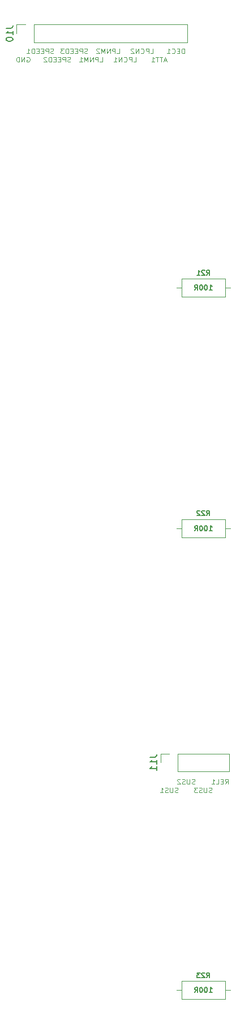
<source format=gbr>
%TF.GenerationSoftware,KiCad,Pcbnew,5.1.10-88a1d61d58~90~ubuntu20.04.1*%
%TF.CreationDate,2021-08-12T15:59:19-04:00*%
%TF.ProjectId,precadsr,70726563-6164-4737-922e-6b696361645f,rev?*%
%TF.SameCoordinates,Original*%
%TF.FileFunction,Legend,Bot*%
%TF.FilePolarity,Positive*%
%FSLAX46Y46*%
G04 Gerber Fmt 4.6, Leading zero omitted, Abs format (unit mm)*
G04 Created by KiCad (PCBNEW 5.1.10-88a1d61d58~90~ubuntu20.04.1) date 2021-08-12 15:59:19*
%MOMM*%
%LPD*%
G01*
G04 APERTURE LIST*
%ADD10C,0.100000*%
%ADD11C,0.120000*%
%ADD12C,0.150000*%
G04 APERTURE END LIST*
D10*
X46279428Y-136447571D02*
X46172285Y-136483285D01*
X45993714Y-136483285D01*
X45922285Y-136447571D01*
X45886571Y-136411857D01*
X45850857Y-136340428D01*
X45850857Y-136269000D01*
X45886571Y-136197571D01*
X45922285Y-136161857D01*
X45993714Y-136126142D01*
X46136571Y-136090428D01*
X46208000Y-136054714D01*
X46243714Y-136019000D01*
X46279428Y-135947571D01*
X46279428Y-135876142D01*
X46243714Y-135804714D01*
X46208000Y-135769000D01*
X46136571Y-135733285D01*
X45958000Y-135733285D01*
X45850857Y-135769000D01*
X45529428Y-135733285D02*
X45529428Y-136340428D01*
X45493714Y-136411857D01*
X45458000Y-136447571D01*
X45386571Y-136483285D01*
X45243714Y-136483285D01*
X45172285Y-136447571D01*
X45136571Y-136411857D01*
X45100857Y-136340428D01*
X45100857Y-135733285D01*
X44779428Y-136447571D02*
X44672285Y-136483285D01*
X44493714Y-136483285D01*
X44422285Y-136447571D01*
X44386571Y-136411857D01*
X44350857Y-136340428D01*
X44350857Y-136269000D01*
X44386571Y-136197571D01*
X44422285Y-136161857D01*
X44493714Y-136126142D01*
X44636571Y-136090428D01*
X44708000Y-136054714D01*
X44743714Y-136019000D01*
X44779428Y-135947571D01*
X44779428Y-135876142D01*
X44743714Y-135804714D01*
X44708000Y-135769000D01*
X44636571Y-135733285D01*
X44458000Y-135733285D01*
X44350857Y-135769000D01*
X43636571Y-136483285D02*
X44065142Y-136483285D01*
X43850857Y-136483285D02*
X43850857Y-135733285D01*
X43922285Y-135840428D01*
X43993714Y-135911857D01*
X44065142Y-135947571D01*
X27654000Y-25957571D02*
X27546857Y-25993285D01*
X27368285Y-25993285D01*
X27296857Y-25957571D01*
X27261142Y-25921857D01*
X27225428Y-25850428D01*
X27225428Y-25779000D01*
X27261142Y-25707571D01*
X27296857Y-25671857D01*
X27368285Y-25636142D01*
X27511142Y-25600428D01*
X27582571Y-25564714D01*
X27618285Y-25529000D01*
X27654000Y-25457571D01*
X27654000Y-25386142D01*
X27618285Y-25314714D01*
X27582571Y-25279000D01*
X27511142Y-25243285D01*
X27332571Y-25243285D01*
X27225428Y-25279000D01*
X26904000Y-25993285D02*
X26904000Y-25243285D01*
X26618285Y-25243285D01*
X26546857Y-25279000D01*
X26511142Y-25314714D01*
X26475428Y-25386142D01*
X26475428Y-25493285D01*
X26511142Y-25564714D01*
X26546857Y-25600428D01*
X26618285Y-25636142D01*
X26904000Y-25636142D01*
X26154000Y-25600428D02*
X25904000Y-25600428D01*
X25796857Y-25993285D02*
X26154000Y-25993285D01*
X26154000Y-25243285D01*
X25796857Y-25243285D01*
X25475428Y-25600428D02*
X25225428Y-25600428D01*
X25118285Y-25993285D02*
X25475428Y-25993285D01*
X25475428Y-25243285D01*
X25118285Y-25243285D01*
X24796857Y-25993285D02*
X24796857Y-25243285D01*
X24618285Y-25243285D01*
X24511142Y-25279000D01*
X24439714Y-25350428D01*
X24404000Y-25421857D01*
X24368285Y-25564714D01*
X24368285Y-25671857D01*
X24404000Y-25814714D01*
X24439714Y-25886142D01*
X24511142Y-25957571D01*
X24618285Y-25993285D01*
X24796857Y-25993285D01*
X23654000Y-25993285D02*
X24082571Y-25993285D01*
X23868285Y-25993285D02*
X23868285Y-25243285D01*
X23939714Y-25350428D01*
X24011142Y-25421857D01*
X24082571Y-25457571D01*
X53345857Y-135213285D02*
X53595857Y-134856142D01*
X53774428Y-135213285D02*
X53774428Y-134463285D01*
X53488714Y-134463285D01*
X53417285Y-134499000D01*
X53381571Y-134534714D01*
X53345857Y-134606142D01*
X53345857Y-134713285D01*
X53381571Y-134784714D01*
X53417285Y-134820428D01*
X53488714Y-134856142D01*
X53774428Y-134856142D01*
X53024428Y-134820428D02*
X52774428Y-134820428D01*
X52667285Y-135213285D02*
X53024428Y-135213285D01*
X53024428Y-134463285D01*
X52667285Y-134463285D01*
X51988714Y-135213285D02*
X52345857Y-135213285D01*
X52345857Y-134463285D01*
X51345857Y-135213285D02*
X51774428Y-135213285D01*
X51560142Y-135213285D02*
X51560142Y-134463285D01*
X51631571Y-134570428D01*
X51703000Y-134641857D01*
X51774428Y-134677571D01*
X39621857Y-27263285D02*
X39979000Y-27263285D01*
X39979000Y-26513285D01*
X39371857Y-27263285D02*
X39371857Y-26513285D01*
X39086142Y-26513285D01*
X39014714Y-26549000D01*
X38979000Y-26584714D01*
X38943285Y-26656142D01*
X38943285Y-26763285D01*
X38979000Y-26834714D01*
X39014714Y-26870428D01*
X39086142Y-26906142D01*
X39371857Y-26906142D01*
X38193285Y-27191857D02*
X38229000Y-27227571D01*
X38336142Y-27263285D01*
X38407571Y-27263285D01*
X38514714Y-27227571D01*
X38586142Y-27156142D01*
X38621857Y-27084714D01*
X38657571Y-26941857D01*
X38657571Y-26834714D01*
X38621857Y-26691857D01*
X38586142Y-26620428D01*
X38514714Y-26549000D01*
X38407571Y-26513285D01*
X38336142Y-26513285D01*
X38229000Y-26549000D01*
X38193285Y-26584714D01*
X37871857Y-27263285D02*
X37871857Y-26513285D01*
X37443285Y-27263285D01*
X37443285Y-26513285D01*
X36693285Y-27263285D02*
X37121857Y-27263285D01*
X36907571Y-27263285D02*
X36907571Y-26513285D01*
X36979000Y-26620428D01*
X37050428Y-26691857D01*
X37121857Y-26727571D01*
X34595428Y-27263285D02*
X34952571Y-27263285D01*
X34952571Y-26513285D01*
X34345428Y-27263285D02*
X34345428Y-26513285D01*
X34059714Y-26513285D01*
X33988285Y-26549000D01*
X33952571Y-26584714D01*
X33916857Y-26656142D01*
X33916857Y-26763285D01*
X33952571Y-26834714D01*
X33988285Y-26870428D01*
X34059714Y-26906142D01*
X34345428Y-26906142D01*
X33595428Y-27263285D02*
X33595428Y-26513285D01*
X33166857Y-27263285D01*
X33166857Y-26513285D01*
X32809714Y-27263285D02*
X32809714Y-26513285D01*
X32559714Y-27049000D01*
X32309714Y-26513285D01*
X32309714Y-27263285D01*
X31559714Y-27263285D02*
X31988285Y-27263285D01*
X31774000Y-27263285D02*
X31774000Y-26513285D01*
X31845428Y-26620428D01*
X31916857Y-26691857D01*
X31988285Y-26727571D01*
X30194000Y-27227571D02*
X30086857Y-27263285D01*
X29908285Y-27263285D01*
X29836857Y-27227571D01*
X29801142Y-27191857D01*
X29765428Y-27120428D01*
X29765428Y-27049000D01*
X29801142Y-26977571D01*
X29836857Y-26941857D01*
X29908285Y-26906142D01*
X30051142Y-26870428D01*
X30122571Y-26834714D01*
X30158285Y-26799000D01*
X30194000Y-26727571D01*
X30194000Y-26656142D01*
X30158285Y-26584714D01*
X30122571Y-26549000D01*
X30051142Y-26513285D01*
X29872571Y-26513285D01*
X29765428Y-26549000D01*
X29444000Y-27263285D02*
X29444000Y-26513285D01*
X29158285Y-26513285D01*
X29086857Y-26549000D01*
X29051142Y-26584714D01*
X29015428Y-26656142D01*
X29015428Y-26763285D01*
X29051142Y-26834714D01*
X29086857Y-26870428D01*
X29158285Y-26906142D01*
X29444000Y-26906142D01*
X28694000Y-26870428D02*
X28444000Y-26870428D01*
X28336857Y-27263285D02*
X28694000Y-27263285D01*
X28694000Y-26513285D01*
X28336857Y-26513285D01*
X28015428Y-26870428D02*
X27765428Y-26870428D01*
X27658285Y-27263285D02*
X28015428Y-27263285D01*
X28015428Y-26513285D01*
X27658285Y-26513285D01*
X27336857Y-27263285D02*
X27336857Y-26513285D01*
X27158285Y-26513285D01*
X27051142Y-26549000D01*
X26979714Y-26620428D01*
X26944000Y-26691857D01*
X26908285Y-26834714D01*
X26908285Y-26941857D01*
X26944000Y-27084714D01*
X26979714Y-27156142D01*
X27051142Y-27227571D01*
X27158285Y-27263285D01*
X27336857Y-27263285D01*
X26622571Y-26584714D02*
X26586857Y-26549000D01*
X26515428Y-26513285D01*
X26336857Y-26513285D01*
X26265428Y-26549000D01*
X26229714Y-26584714D01*
X26194000Y-26656142D01*
X26194000Y-26727571D01*
X26229714Y-26834714D01*
X26658285Y-27263285D01*
X26194000Y-27263285D01*
X37135428Y-25993285D02*
X37492571Y-25993285D01*
X37492571Y-25243285D01*
X36885428Y-25993285D02*
X36885428Y-25243285D01*
X36599714Y-25243285D01*
X36528285Y-25279000D01*
X36492571Y-25314714D01*
X36456857Y-25386142D01*
X36456857Y-25493285D01*
X36492571Y-25564714D01*
X36528285Y-25600428D01*
X36599714Y-25636142D01*
X36885428Y-25636142D01*
X36135428Y-25993285D02*
X36135428Y-25243285D01*
X35706857Y-25993285D01*
X35706857Y-25243285D01*
X35349714Y-25993285D02*
X35349714Y-25243285D01*
X35099714Y-25779000D01*
X34849714Y-25243285D01*
X34849714Y-25993285D01*
X34528285Y-25314714D02*
X34492571Y-25279000D01*
X34421142Y-25243285D01*
X34242571Y-25243285D01*
X34171142Y-25279000D01*
X34135428Y-25314714D01*
X34099714Y-25386142D01*
X34099714Y-25457571D01*
X34135428Y-25564714D01*
X34564000Y-25993285D01*
X34099714Y-25993285D01*
X23685428Y-26549000D02*
X23756857Y-26513285D01*
X23864000Y-26513285D01*
X23971142Y-26549000D01*
X24042571Y-26620428D01*
X24078285Y-26691857D01*
X24114000Y-26834714D01*
X24114000Y-26941857D01*
X24078285Y-27084714D01*
X24042571Y-27156142D01*
X23971142Y-27227571D01*
X23864000Y-27263285D01*
X23792571Y-27263285D01*
X23685428Y-27227571D01*
X23649714Y-27191857D01*
X23649714Y-26941857D01*
X23792571Y-26941857D01*
X23328285Y-27263285D02*
X23328285Y-26513285D01*
X22899714Y-27263285D01*
X22899714Y-26513285D01*
X22542571Y-27263285D02*
X22542571Y-26513285D01*
X22364000Y-26513285D01*
X22256857Y-26549000D01*
X22185428Y-26620428D01*
X22149714Y-26691857D01*
X22114000Y-26834714D01*
X22114000Y-26941857D01*
X22149714Y-27084714D01*
X22185428Y-27156142D01*
X22256857Y-27227571D01*
X22364000Y-27263285D01*
X22542571Y-27263285D01*
X48819428Y-135177571D02*
X48712285Y-135213285D01*
X48533714Y-135213285D01*
X48462285Y-135177571D01*
X48426571Y-135141857D01*
X48390857Y-135070428D01*
X48390857Y-134999000D01*
X48426571Y-134927571D01*
X48462285Y-134891857D01*
X48533714Y-134856142D01*
X48676571Y-134820428D01*
X48748000Y-134784714D01*
X48783714Y-134749000D01*
X48819428Y-134677571D01*
X48819428Y-134606142D01*
X48783714Y-134534714D01*
X48748000Y-134499000D01*
X48676571Y-134463285D01*
X48498000Y-134463285D01*
X48390857Y-134499000D01*
X48069428Y-134463285D02*
X48069428Y-135070428D01*
X48033714Y-135141857D01*
X47998000Y-135177571D01*
X47926571Y-135213285D01*
X47783714Y-135213285D01*
X47712285Y-135177571D01*
X47676571Y-135141857D01*
X47640857Y-135070428D01*
X47640857Y-134463285D01*
X47319428Y-135177571D02*
X47212285Y-135213285D01*
X47033714Y-135213285D01*
X46962285Y-135177571D01*
X46926571Y-135141857D01*
X46890857Y-135070428D01*
X46890857Y-134999000D01*
X46926571Y-134927571D01*
X46962285Y-134891857D01*
X47033714Y-134856142D01*
X47176571Y-134820428D01*
X47248000Y-134784714D01*
X47283714Y-134749000D01*
X47319428Y-134677571D01*
X47319428Y-134606142D01*
X47283714Y-134534714D01*
X47248000Y-134499000D01*
X47176571Y-134463285D01*
X46998000Y-134463285D01*
X46890857Y-134499000D01*
X46605142Y-134534714D02*
X46569428Y-134499000D01*
X46498000Y-134463285D01*
X46319428Y-134463285D01*
X46248000Y-134499000D01*
X46212285Y-134534714D01*
X46176571Y-134606142D01*
X46176571Y-134677571D01*
X46212285Y-134784714D01*
X46640857Y-135213285D01*
X46176571Y-135213285D01*
X32734000Y-25957571D02*
X32626857Y-25993285D01*
X32448285Y-25993285D01*
X32376857Y-25957571D01*
X32341142Y-25921857D01*
X32305428Y-25850428D01*
X32305428Y-25779000D01*
X32341142Y-25707571D01*
X32376857Y-25671857D01*
X32448285Y-25636142D01*
X32591142Y-25600428D01*
X32662571Y-25564714D01*
X32698285Y-25529000D01*
X32734000Y-25457571D01*
X32734000Y-25386142D01*
X32698285Y-25314714D01*
X32662571Y-25279000D01*
X32591142Y-25243285D01*
X32412571Y-25243285D01*
X32305428Y-25279000D01*
X31984000Y-25993285D02*
X31984000Y-25243285D01*
X31698285Y-25243285D01*
X31626857Y-25279000D01*
X31591142Y-25314714D01*
X31555428Y-25386142D01*
X31555428Y-25493285D01*
X31591142Y-25564714D01*
X31626857Y-25600428D01*
X31698285Y-25636142D01*
X31984000Y-25636142D01*
X31234000Y-25600428D02*
X30984000Y-25600428D01*
X30876857Y-25993285D02*
X31234000Y-25993285D01*
X31234000Y-25243285D01*
X30876857Y-25243285D01*
X30555428Y-25600428D02*
X30305428Y-25600428D01*
X30198285Y-25993285D02*
X30555428Y-25993285D01*
X30555428Y-25243285D01*
X30198285Y-25243285D01*
X29876857Y-25993285D02*
X29876857Y-25243285D01*
X29698285Y-25243285D01*
X29591142Y-25279000D01*
X29519714Y-25350428D01*
X29484000Y-25421857D01*
X29448285Y-25564714D01*
X29448285Y-25671857D01*
X29484000Y-25814714D01*
X29519714Y-25886142D01*
X29591142Y-25957571D01*
X29698285Y-25993285D01*
X29876857Y-25993285D01*
X29198285Y-25243285D02*
X28734000Y-25243285D01*
X28984000Y-25529000D01*
X28876857Y-25529000D01*
X28805428Y-25564714D01*
X28769714Y-25600428D01*
X28734000Y-25671857D01*
X28734000Y-25850428D01*
X28769714Y-25921857D01*
X28805428Y-25957571D01*
X28876857Y-25993285D01*
X29091142Y-25993285D01*
X29162571Y-25957571D01*
X29198285Y-25921857D01*
X51359428Y-136447571D02*
X51252285Y-136483285D01*
X51073714Y-136483285D01*
X51002285Y-136447571D01*
X50966571Y-136411857D01*
X50930857Y-136340428D01*
X50930857Y-136269000D01*
X50966571Y-136197571D01*
X51002285Y-136161857D01*
X51073714Y-136126142D01*
X51216571Y-136090428D01*
X51288000Y-136054714D01*
X51323714Y-136019000D01*
X51359428Y-135947571D01*
X51359428Y-135876142D01*
X51323714Y-135804714D01*
X51288000Y-135769000D01*
X51216571Y-135733285D01*
X51038000Y-135733285D01*
X50930857Y-135769000D01*
X50609428Y-135733285D02*
X50609428Y-136340428D01*
X50573714Y-136411857D01*
X50538000Y-136447571D01*
X50466571Y-136483285D01*
X50323714Y-136483285D01*
X50252285Y-136447571D01*
X50216571Y-136411857D01*
X50180857Y-136340428D01*
X50180857Y-135733285D01*
X49859428Y-136447571D02*
X49752285Y-136483285D01*
X49573714Y-136483285D01*
X49502285Y-136447571D01*
X49466571Y-136411857D01*
X49430857Y-136340428D01*
X49430857Y-136269000D01*
X49466571Y-136197571D01*
X49502285Y-136161857D01*
X49573714Y-136126142D01*
X49716571Y-136090428D01*
X49788000Y-136054714D01*
X49823714Y-136019000D01*
X49859428Y-135947571D01*
X49859428Y-135876142D01*
X49823714Y-135804714D01*
X49788000Y-135769000D01*
X49716571Y-135733285D01*
X49538000Y-135733285D01*
X49430857Y-135769000D01*
X49180857Y-135733285D02*
X48716571Y-135733285D01*
X48966571Y-136019000D01*
X48859428Y-136019000D01*
X48788000Y-136054714D01*
X48752285Y-136090428D01*
X48716571Y-136161857D01*
X48716571Y-136340428D01*
X48752285Y-136411857D01*
X48788000Y-136447571D01*
X48859428Y-136483285D01*
X49073714Y-136483285D01*
X49145142Y-136447571D01*
X49180857Y-136411857D01*
X47241857Y-25993285D02*
X47241857Y-25243285D01*
X47063285Y-25243285D01*
X46956142Y-25279000D01*
X46884714Y-25350428D01*
X46849000Y-25421857D01*
X46813285Y-25564714D01*
X46813285Y-25671857D01*
X46849000Y-25814714D01*
X46884714Y-25886142D01*
X46956142Y-25957571D01*
X47063285Y-25993285D01*
X47241857Y-25993285D01*
X46491857Y-25600428D02*
X46241857Y-25600428D01*
X46134714Y-25993285D02*
X46491857Y-25993285D01*
X46491857Y-25243285D01*
X46134714Y-25243285D01*
X45384714Y-25921857D02*
X45420428Y-25957571D01*
X45527571Y-25993285D01*
X45599000Y-25993285D01*
X45706142Y-25957571D01*
X45777571Y-25886142D01*
X45813285Y-25814714D01*
X45849000Y-25671857D01*
X45849000Y-25564714D01*
X45813285Y-25421857D01*
X45777571Y-25350428D01*
X45706142Y-25279000D01*
X45599000Y-25243285D01*
X45527571Y-25243285D01*
X45420428Y-25279000D01*
X45384714Y-25314714D01*
X44670428Y-25993285D02*
X45099000Y-25993285D01*
X44884714Y-25993285D02*
X44884714Y-25243285D01*
X44956142Y-25350428D01*
X45027571Y-25421857D01*
X45099000Y-25457571D01*
X44541142Y-27049000D02*
X44184000Y-27049000D01*
X44612571Y-27263285D02*
X44362571Y-26513285D01*
X44112571Y-27263285D01*
X43969714Y-26513285D02*
X43541142Y-26513285D01*
X43755428Y-27263285D02*
X43755428Y-26513285D01*
X43398285Y-26513285D02*
X42969714Y-26513285D01*
X43184000Y-27263285D02*
X43184000Y-26513285D01*
X42326857Y-27263285D02*
X42755428Y-27263285D01*
X42541142Y-27263285D02*
X42541142Y-26513285D01*
X42612571Y-26620428D01*
X42684000Y-26691857D01*
X42755428Y-26727571D01*
X42161857Y-25993285D02*
X42519000Y-25993285D01*
X42519000Y-25243285D01*
X41911857Y-25993285D02*
X41911857Y-25243285D01*
X41626142Y-25243285D01*
X41554714Y-25279000D01*
X41519000Y-25314714D01*
X41483285Y-25386142D01*
X41483285Y-25493285D01*
X41519000Y-25564714D01*
X41554714Y-25600428D01*
X41626142Y-25636142D01*
X41911857Y-25636142D01*
X40733285Y-25921857D02*
X40769000Y-25957571D01*
X40876142Y-25993285D01*
X40947571Y-25993285D01*
X41054714Y-25957571D01*
X41126142Y-25886142D01*
X41161857Y-25814714D01*
X41197571Y-25671857D01*
X41197571Y-25564714D01*
X41161857Y-25421857D01*
X41126142Y-25350428D01*
X41054714Y-25279000D01*
X40947571Y-25243285D01*
X40876142Y-25243285D01*
X40769000Y-25279000D01*
X40733285Y-25314714D01*
X40411857Y-25993285D02*
X40411857Y-25243285D01*
X39983285Y-25993285D01*
X39983285Y-25243285D01*
X39661857Y-25314714D02*
X39626142Y-25279000D01*
X39554714Y-25243285D01*
X39376142Y-25243285D01*
X39304714Y-25279000D01*
X39269000Y-25314714D01*
X39233285Y-25386142D01*
X39233285Y-25457571D01*
X39269000Y-25564714D01*
X39697571Y-25993285D01*
X39233285Y-25993285D01*
D11*
%TO.C,J11*%
X53950000Y-130670000D02*
X53950000Y-133330000D01*
X46270000Y-130670000D02*
X53950000Y-130670000D01*
X46270000Y-133330000D02*
X53950000Y-133330000D01*
X46270000Y-130670000D02*
X46270000Y-133330000D01*
X45000000Y-130670000D02*
X43670000Y-130670000D01*
X43670000Y-130670000D02*
X43670000Y-132000000D01*
%TO.C,R21*%
X54120000Y-61000000D02*
X53350000Y-61000000D01*
X46040000Y-61000000D02*
X46810000Y-61000000D01*
X53350000Y-62370000D02*
X46810000Y-62370000D01*
X53350000Y-59630000D02*
X53350000Y-62370000D01*
X46810000Y-59630000D02*
X53350000Y-59630000D01*
X46810000Y-62370000D02*
X46810000Y-59630000D01*
%TO.C,J10*%
X47650000Y-21670000D02*
X47650000Y-24330000D01*
X24730000Y-21670000D02*
X47650000Y-21670000D01*
X24730000Y-24330000D02*
X47650000Y-24330000D01*
X24730000Y-21670000D02*
X24730000Y-24330000D01*
X23460000Y-21670000D02*
X22130000Y-21670000D01*
X22130000Y-21670000D02*
X22130000Y-23000000D01*
%TO.C,R23*%
X54120000Y-166000000D02*
X53350000Y-166000000D01*
X46040000Y-166000000D02*
X46810000Y-166000000D01*
X53350000Y-167370000D02*
X46810000Y-167370000D01*
X53350000Y-164630000D02*
X53350000Y-167370000D01*
X46810000Y-164630000D02*
X53350000Y-164630000D01*
X46810000Y-167370000D02*
X46810000Y-164630000D01*
%TO.C,R22*%
X54120000Y-97000000D02*
X53350000Y-97000000D01*
X46040000Y-97000000D02*
X46810000Y-97000000D01*
X53350000Y-98370000D02*
X46810000Y-98370000D01*
X53350000Y-95630000D02*
X53350000Y-98370000D01*
X46810000Y-95630000D02*
X53350000Y-95630000D01*
X46810000Y-98370000D02*
X46810000Y-95630000D01*
%TO.C,J11*%
D12*
X42122380Y-131190476D02*
X42836666Y-131190476D01*
X42979523Y-131142857D01*
X43074761Y-131047619D01*
X43122380Y-130904761D01*
X43122380Y-130809523D01*
X43122380Y-132190476D02*
X43122380Y-131619047D01*
X43122380Y-131904761D02*
X42122380Y-131904761D01*
X42265238Y-131809523D01*
X42360476Y-131714285D01*
X42408095Y-131619047D01*
X43122380Y-133142857D02*
X43122380Y-132571428D01*
X43122380Y-132857142D02*
X42122380Y-132857142D01*
X42265238Y-132761904D01*
X42360476Y-132666666D01*
X42408095Y-132571428D01*
%TO.C,R21*%
X50562142Y-59140285D02*
X50812142Y-58783142D01*
X50990714Y-59140285D02*
X50990714Y-58390285D01*
X50705000Y-58390285D01*
X50633571Y-58426000D01*
X50597857Y-58461714D01*
X50562142Y-58533142D01*
X50562142Y-58640285D01*
X50597857Y-58711714D01*
X50633571Y-58747428D01*
X50705000Y-58783142D01*
X50990714Y-58783142D01*
X50276428Y-58461714D02*
X50240714Y-58426000D01*
X50169285Y-58390285D01*
X49990714Y-58390285D01*
X49919285Y-58426000D01*
X49883571Y-58461714D01*
X49847857Y-58533142D01*
X49847857Y-58604571D01*
X49883571Y-58711714D01*
X50312142Y-59140285D01*
X49847857Y-59140285D01*
X49133571Y-59140285D02*
X49562142Y-59140285D01*
X49347857Y-59140285D02*
X49347857Y-58390285D01*
X49419285Y-58497428D01*
X49490714Y-58568857D01*
X49562142Y-58604571D01*
X50955000Y-61339285D02*
X51383571Y-61339285D01*
X51169285Y-61339285D02*
X51169285Y-60589285D01*
X51240714Y-60696428D01*
X51312142Y-60767857D01*
X51383571Y-60803571D01*
X50490714Y-60589285D02*
X50419285Y-60589285D01*
X50347857Y-60625000D01*
X50312142Y-60660714D01*
X50276428Y-60732142D01*
X50240714Y-60875000D01*
X50240714Y-61053571D01*
X50276428Y-61196428D01*
X50312142Y-61267857D01*
X50347857Y-61303571D01*
X50419285Y-61339285D01*
X50490714Y-61339285D01*
X50562142Y-61303571D01*
X50597857Y-61267857D01*
X50633571Y-61196428D01*
X50669285Y-61053571D01*
X50669285Y-60875000D01*
X50633571Y-60732142D01*
X50597857Y-60660714D01*
X50562142Y-60625000D01*
X50490714Y-60589285D01*
X49776428Y-60589285D02*
X49705000Y-60589285D01*
X49633571Y-60625000D01*
X49597857Y-60660714D01*
X49562142Y-60732142D01*
X49526428Y-60875000D01*
X49526428Y-61053571D01*
X49562142Y-61196428D01*
X49597857Y-61267857D01*
X49633571Y-61303571D01*
X49705000Y-61339285D01*
X49776428Y-61339285D01*
X49847857Y-61303571D01*
X49883571Y-61267857D01*
X49919285Y-61196428D01*
X49955000Y-61053571D01*
X49955000Y-60875000D01*
X49919285Y-60732142D01*
X49883571Y-60660714D01*
X49847857Y-60625000D01*
X49776428Y-60589285D01*
X48776428Y-61339285D02*
X49026428Y-60982142D01*
X49205000Y-61339285D02*
X49205000Y-60589285D01*
X48919285Y-60589285D01*
X48847857Y-60625000D01*
X48812142Y-60660714D01*
X48776428Y-60732142D01*
X48776428Y-60839285D01*
X48812142Y-60910714D01*
X48847857Y-60946428D01*
X48919285Y-60982142D01*
X49205000Y-60982142D01*
%TO.C,J10*%
X20582380Y-22190476D02*
X21296666Y-22190476D01*
X21439523Y-22142857D01*
X21534761Y-22047619D01*
X21582380Y-21904761D01*
X21582380Y-21809523D01*
X21582380Y-23190476D02*
X21582380Y-22619047D01*
X21582380Y-22904761D02*
X20582380Y-22904761D01*
X20725238Y-22809523D01*
X20820476Y-22714285D01*
X20868095Y-22619047D01*
X20582380Y-23809523D02*
X20582380Y-23904761D01*
X20630000Y-24000000D01*
X20677619Y-24047619D01*
X20772857Y-24095238D01*
X20963333Y-24142857D01*
X21201428Y-24142857D01*
X21391904Y-24095238D01*
X21487142Y-24047619D01*
X21534761Y-24000000D01*
X21582380Y-23904761D01*
X21582380Y-23809523D01*
X21534761Y-23714285D01*
X21487142Y-23666666D01*
X21391904Y-23619047D01*
X21201428Y-23571428D01*
X20963333Y-23571428D01*
X20772857Y-23619047D01*
X20677619Y-23666666D01*
X20630000Y-23714285D01*
X20582380Y-23809523D01*
%TO.C,R23*%
X50562142Y-164169285D02*
X50812142Y-163812142D01*
X50990714Y-164169285D02*
X50990714Y-163419285D01*
X50705000Y-163419285D01*
X50633571Y-163455000D01*
X50597857Y-163490714D01*
X50562142Y-163562142D01*
X50562142Y-163669285D01*
X50597857Y-163740714D01*
X50633571Y-163776428D01*
X50705000Y-163812142D01*
X50990714Y-163812142D01*
X50276428Y-163490714D02*
X50240714Y-163455000D01*
X50169285Y-163419285D01*
X49990714Y-163419285D01*
X49919285Y-163455000D01*
X49883571Y-163490714D01*
X49847857Y-163562142D01*
X49847857Y-163633571D01*
X49883571Y-163740714D01*
X50312142Y-164169285D01*
X49847857Y-164169285D01*
X49597857Y-163419285D02*
X49133571Y-163419285D01*
X49383571Y-163705000D01*
X49276428Y-163705000D01*
X49205000Y-163740714D01*
X49169285Y-163776428D01*
X49133571Y-163847857D01*
X49133571Y-164026428D01*
X49169285Y-164097857D01*
X49205000Y-164133571D01*
X49276428Y-164169285D01*
X49490714Y-164169285D01*
X49562142Y-164133571D01*
X49597857Y-164097857D01*
X50955000Y-166339285D02*
X51383571Y-166339285D01*
X51169285Y-166339285D02*
X51169285Y-165589285D01*
X51240714Y-165696428D01*
X51312142Y-165767857D01*
X51383571Y-165803571D01*
X50490714Y-165589285D02*
X50419285Y-165589285D01*
X50347857Y-165625000D01*
X50312142Y-165660714D01*
X50276428Y-165732142D01*
X50240714Y-165875000D01*
X50240714Y-166053571D01*
X50276428Y-166196428D01*
X50312142Y-166267857D01*
X50347857Y-166303571D01*
X50419285Y-166339285D01*
X50490714Y-166339285D01*
X50562142Y-166303571D01*
X50597857Y-166267857D01*
X50633571Y-166196428D01*
X50669285Y-166053571D01*
X50669285Y-165875000D01*
X50633571Y-165732142D01*
X50597857Y-165660714D01*
X50562142Y-165625000D01*
X50490714Y-165589285D01*
X49776428Y-165589285D02*
X49705000Y-165589285D01*
X49633571Y-165625000D01*
X49597857Y-165660714D01*
X49562142Y-165732142D01*
X49526428Y-165875000D01*
X49526428Y-166053571D01*
X49562142Y-166196428D01*
X49597857Y-166267857D01*
X49633571Y-166303571D01*
X49705000Y-166339285D01*
X49776428Y-166339285D01*
X49847857Y-166303571D01*
X49883571Y-166267857D01*
X49919285Y-166196428D01*
X49955000Y-166053571D01*
X49955000Y-165875000D01*
X49919285Y-165732142D01*
X49883571Y-165660714D01*
X49847857Y-165625000D01*
X49776428Y-165589285D01*
X48776428Y-166339285D02*
X49026428Y-165982142D01*
X49205000Y-166339285D02*
X49205000Y-165589285D01*
X48919285Y-165589285D01*
X48847857Y-165625000D01*
X48812142Y-165660714D01*
X48776428Y-165732142D01*
X48776428Y-165839285D01*
X48812142Y-165910714D01*
X48847857Y-165946428D01*
X48919285Y-165982142D01*
X49205000Y-165982142D01*
%TO.C,R22*%
X50562142Y-95081285D02*
X50812142Y-94724142D01*
X50990714Y-95081285D02*
X50990714Y-94331285D01*
X50705000Y-94331285D01*
X50633571Y-94367000D01*
X50597857Y-94402714D01*
X50562142Y-94474142D01*
X50562142Y-94581285D01*
X50597857Y-94652714D01*
X50633571Y-94688428D01*
X50705000Y-94724142D01*
X50990714Y-94724142D01*
X50276428Y-94402714D02*
X50240714Y-94367000D01*
X50169285Y-94331285D01*
X49990714Y-94331285D01*
X49919285Y-94367000D01*
X49883571Y-94402714D01*
X49847857Y-94474142D01*
X49847857Y-94545571D01*
X49883571Y-94652714D01*
X50312142Y-95081285D01*
X49847857Y-95081285D01*
X49562142Y-94402714D02*
X49526428Y-94367000D01*
X49455000Y-94331285D01*
X49276428Y-94331285D01*
X49205000Y-94367000D01*
X49169285Y-94402714D01*
X49133571Y-94474142D01*
X49133571Y-94545571D01*
X49169285Y-94652714D01*
X49597857Y-95081285D01*
X49133571Y-95081285D01*
X50955000Y-97339285D02*
X51383571Y-97339285D01*
X51169285Y-97339285D02*
X51169285Y-96589285D01*
X51240714Y-96696428D01*
X51312142Y-96767857D01*
X51383571Y-96803571D01*
X50490714Y-96589285D02*
X50419285Y-96589285D01*
X50347857Y-96625000D01*
X50312142Y-96660714D01*
X50276428Y-96732142D01*
X50240714Y-96875000D01*
X50240714Y-97053571D01*
X50276428Y-97196428D01*
X50312142Y-97267857D01*
X50347857Y-97303571D01*
X50419285Y-97339285D01*
X50490714Y-97339285D01*
X50562142Y-97303571D01*
X50597857Y-97267857D01*
X50633571Y-97196428D01*
X50669285Y-97053571D01*
X50669285Y-96875000D01*
X50633571Y-96732142D01*
X50597857Y-96660714D01*
X50562142Y-96625000D01*
X50490714Y-96589285D01*
X49776428Y-96589285D02*
X49705000Y-96589285D01*
X49633571Y-96625000D01*
X49597857Y-96660714D01*
X49562142Y-96732142D01*
X49526428Y-96875000D01*
X49526428Y-97053571D01*
X49562142Y-97196428D01*
X49597857Y-97267857D01*
X49633571Y-97303571D01*
X49705000Y-97339285D01*
X49776428Y-97339285D01*
X49847857Y-97303571D01*
X49883571Y-97267857D01*
X49919285Y-97196428D01*
X49955000Y-97053571D01*
X49955000Y-96875000D01*
X49919285Y-96732142D01*
X49883571Y-96660714D01*
X49847857Y-96625000D01*
X49776428Y-96589285D01*
X48776428Y-97339285D02*
X49026428Y-96982142D01*
X49205000Y-97339285D02*
X49205000Y-96589285D01*
X48919285Y-96589285D01*
X48847857Y-96625000D01*
X48812142Y-96660714D01*
X48776428Y-96732142D01*
X48776428Y-96839285D01*
X48812142Y-96910714D01*
X48847857Y-96946428D01*
X48919285Y-96982142D01*
X49205000Y-96982142D01*
%TD*%
M02*

</source>
